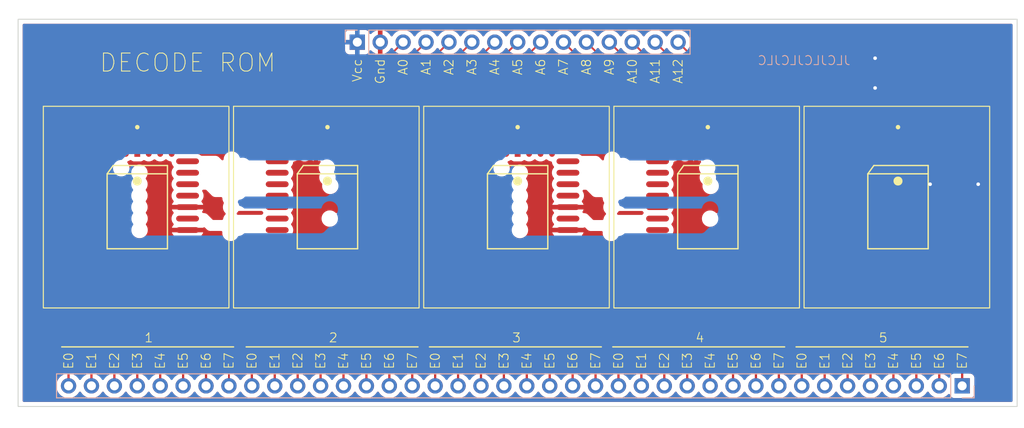
<source format=kicad_pcb>
(kicad_pcb (version 20211014) (generator pcbnew)
  (layers (0 "F.Cu" signal) (31 "B.Cu" signal) (34 "B.Paste" user) (35 "F.Paste" user) (36 "B.SilkS" user "B.Silkscreen") (37 "F.SilkS" user "F.Silkscreen") (38 "B.Mask" user) (39 "F.Mask" user) (44 "Edge.Cuts" user))
  (net 0 "")
  (net 1 "INST6")
  (net 2 "INST1")
  (net 3 "INST0")
  (net 4 "STEP4")
  (net 5 "STEP3")
  (net 6 "STEP2")
  (net 7 "STEP1")
  (net 8 "STEP0")
  (net 9 "GND")
  (net 10 "INST4")
  (net 11 "INST5")
  (net 12 "INST3")
  (net 13 "INST2")
  (net 14 "INST7")
  (net 15 "VCC")
  (net 18 "E0")
  (net 19 "E1")
  (net 20 "E2")
  (net 21 "E3")
  (net 22 "E4")
  (net 23 "E5")
  (net 24 "E6")
  (net 25 "E7")
  (net 26 "E8")
  (net 27 "E9")
  (net 28 "E10")
  (net 29 "E11")
  (net 30 "E12")
  (net 31 "E13")
  (net 32 "E14")
  (net 33 "E15")
  (net 34 "E16")
  (net 35 "E17")
  (net 36 "E18")
  (net 37 "E19")
  (net 38 "E20")
  (net 39 "E21")
  (net 40 "E22")
  (net 41 "E23")
  (net 42 "E24")
  (net 43 "E25")
  (net 44 "E26")
  (net 45 "E27")
  (net 46 "E28")
  (net 47 "E29")
  (net 48 "E30")
  (net 49 "E31")
  (net 50 "E32")
  (net 51 "E33")
  (net 52 "E34")
  (net 53 "E35")
  (net 54 "E36")
  (net 55 "E37")
  (net 56 "E38")
  (net 57 "E39")
  (footprint "Stephenv6:Microchip-32J-10_2001-B-IPC_A" (layer "F.Cu") (at 196.342 60.96)
    (fp_text reference "U5" hide)
    (fp_text value "PLCC32_28_28C256" hide)
  )
  (footprint "Stephenv6:Microchip-32J-10_2001-B-IPC_A" (layer "F.Cu") (at 112.014 60.96)
    (fp_text reference "U1" hide)
    (fp_text value "PLCC32_28_28C256" hide)
  )
  (footprint "Stephenv6:Microchip-32J-10_2001-B-IPC_A" (layer "F.Cu") (at 154.178 60.96)
    (fp_text reference "U3" hide)
    (fp_text value "PLCC32_28_28C256" hide)
  )
  (footprint "Stephenv6:Microchip-32J-10_2001-B-IPC_A" (layer "F.Cu") (at 175.26 60.96)
    (fp_text reference "U4" hide)
    (fp_text value "PLCC32_28_28C256" hide)
  )
  (footprint "Stephenv6:Microchip-32J-10_2001-B-IPC_A" (layer "F.Cu") (at 133.096 60.96)
    (fp_text reference "U2" hide)
    (fp_text value "PLCC32_28_28C256" hide)
  )
  (footprint "Connector_PinHeader_2.54mm:PinHeader_1x15_P2.54mm_Vertical" (layer "B.Cu") (at 136.403 42.672 -90)
    (fp_text reference "J1" hide)
    (fp_text value "Conn_01x15")
  )
  (footprint "Connector_PinHeader_2.54mm:PinHeader_1x40_P2.54mm_Vertical" (layer "B.Cu") (at 203.454 80.772 90)
    (fp_text reference "J4" hide)
    (fp_text value "Conn_01x40")
  )
  (gr_line (start 124.084 76.454) (end 143.134 76.454) (layer "F.SilkS") (width 0.15))
  (gr_line (start 164.724 76.454) (end 183.774 76.454) (layer "F.SilkS") (width 0.15))
  (gr_line (start 185.044 76.454) (end 204.094 76.454) (layer "F.SilkS") (width 0.15))
  (gr_line (start 144.404 76.454) (end 163.454 76.454) (layer "F.SilkS") (width 0.15))
  (gr_line (start 103.637 76.454) (end 122.687 76.454) (layer "F.SilkS") (width 0.15))
  (gr_rect (start 98.806 40.132) (end 209.55 83.058) (layer "Edge.Cuts") (width 0.1) (fill none))
  (gr_text "JLCJLCJLCJLC" (at 185.928 44.704) (layer "B.SilkS") (effects (font (size 1 1) (thickness 0.1)) (justify mirror)))
  (gr_text "E2" (at 150.119 78.994 90) (layer "F.SilkS") (effects (font (size 1 1) (thickness 0.1)) (justify left)))
  (gr_text "E5" (at 178.059 78.994 90) (layer "F.SilkS") (effects (font (size 1 1) (thickness 0.1)) (justify left)))
  (gr_text "E6" (at 160.279 78.994 90) (layer "F.SilkS") (effects (font (size 1 1) (thickness 0.1)) (justify left)))
  (gr_text "1" (at 113.289 75.438) (layer "F.SilkS") (effects (font (size 1 1) (thickness 0.1))))
  (gr_text "E3" (at 172.979 78.994 90) (layer "F.SilkS") (effects (font (size 1 1) (thickness 0.1)) (justify left)))
  (gr_text "A7" (at 159.258 44.45 90) (layer "F.SilkS") (effects (font (size 1 1) (thickness 0.1)) (justify right)))
  (gr_text "E1" (at 106.939 78.994 90) (layer "F.SilkS") (effects (font (size 1 1) (thickness 0.1)) (justify left)))
  (gr_text "E2" (at 129.799 78.994 90) (layer "F.SilkS") (effects (font (size 1 1) (thickness 0.1)) (justify left)))
  (gr_text "E5" (at 198.379 78.994 90) (layer "F.SilkS") (effects (font (size 1 1) (thickness 0.1)) (justify left)))
  (gr_text "A2" (at 146.558 44.45 90) (layer "F.SilkS") (effects (font (size 1 1) (thickness 0.1)) (justify right)))
  (gr_text "A1" (at 144.018 44.45 90) (layer "F.SilkS") (effects (font (size 1 1) (thickness 0.1)) (justify right)))
  (gr_text "E1" (at 147.579 78.994 90) (layer "F.SilkS") (effects (font (size 1 1) (thickness 0.1)) (justify left)))
  (gr_text "E0" (at 124.719 78.994 90) (layer "F.SilkS") (effects (font (size 1 1) (thickness 0.1)) (justify left)))
  (gr_text "E2" (at 170.439 78.994 90) (layer "F.SilkS") (effects (font (size 1 1) (thickness 0.1)) (justify left)))
  (gr_text "A10" (at 166.878 44.45 90) (layer "F.SilkS") (effects (font (size 1 1) (thickness 0.1)) (justify right)))
  (gr_text "E6" (at 139.959 78.994 90) (layer "F.SilkS") (effects (font (size 1 1) (thickness 0.1)) (justify left)))
  (gr_text "E4" (at 155.199 78.994 90) (layer "F.SilkS") (effects (font (size 1 1) (thickness 0.1)) (justify left)))
  (gr_text "E7" (at 122.179 78.994 90) (layer "F.SilkS") (effects (font (size 1 1) (thickness 0.1)) (justify left)))
  (gr_text "A0" (at 141.478 44.45 90) (layer "F.SilkS") (effects (font (size 1 1) (thickness 0.1)) (justify right)))
  (gr_text "E4" (at 114.559 78.994 90) (layer "F.SilkS") (effects (font (size 1 1) (thickness 0.1)) (justify left)))
  (gr_text "E3" (at 132.339 78.994 90) (layer "F.SilkS") (effects (font (size 1 1) (thickness 0.1)) (justify left)))
  (gr_text "A4" (at 151.638 44.45 90) (layer "F.SilkS") (effects (font (size 1 1) (thickness 0.1)) (justify right)))
  (gr_text "A9" (at 164.338 44.45 90) (layer "F.SilkS") (effects (font (size 1 1) (thickness 0.1)) (justify right)))
  (gr_text "4" (at 174.376 75.438) (layer "F.SilkS") (effects (font (size 1 1) (thickness 0.1))))
  (gr_text "E3" (at 112.019 78.994 90) (layer "F.SilkS") (effects (font (size 1 1) (thickness 0.1)) (justify left)))
  (gr_text "E7" (at 142.499 78.994 90) (layer "F.SilkS") (effects (font (size 1 1) (thickness 0.1)) (justify left)))
  (gr_text "E2" (at 190.759 78.994 90) (layer "F.SilkS") (effects (font (size 1 1) (thickness 0.1)) (justify left)))
  (gr_text "E0" (at 145.039 78.994 90) (layer "F.SilkS") (effects (font (size 1 1) (thickness 0.1)) (justify left)))
  (gr_text "A3" (at 149.098 44.45 90) (layer "F.SilkS") (effects (font (size 1 1) (thickness 0.1)) (justify right)))
  (gr_text "Gnd" (at 138.938 44.45 90) (layer "F.SilkS") (effects (font (size 1 1) (thickness 0.1)) (justify right)))
  (gr_text "2" (at 133.736 75.438) (layer "F.SilkS") (effects (font (size 1 1) (thickness 0.1))))
  (gr_text "E0" (at 185.679 78.994 90) (layer "F.SilkS") (effects (font (size 1 1) (thickness 0.1)) (justify left)))
  (gr_text "E6" (at 180.599 78.994 90) (layer "F.SilkS") (effects (font (size 1 1) (thickness 0.1)) (justify left)))
  (gr_text "E7" (at 183.139 78.994 90) (layer "F.SilkS") (effects (font (size 1 1) (thickness 0.1)) (justify left)))
  (gr_text "E6" (at 200.919 78.994 90) (layer "F.SilkS") (effects (font (size 1 1) (thickness 0.1)) (justify left)))
  (gr_text "A8" (at 161.798 44.45 90) (layer "F.SilkS") (effects (font (size 1 1) (thickness 0.1)) (justify right)))
  (gr_text "5" (at 194.696 75.438) (layer "F.SilkS") (effects (font (size 1 1) (thickness 0.1))))
  (gr_text "3" (at 154.056 75.438) (layer "F.SilkS") (effects (font (size 1 1) (thickness 0.1))))
  (gr_text "E4" (at 175.519 78.994 90) (layer "F.SilkS") (effects (font (size 1 1) (thickness 0.1)) (justify left)))
  (gr_text "E5" (at 117.099 78.994 90) (layer "F.SilkS") (effects (font (size 1 1) (thickness 0.1)) (justify left)))
  (gr_text "E1" (at 188.219 78.994 90) (layer "F.SilkS") (effects (font (size 1 1) (thickness 0.1)) (justify left)))
  (gr_text "E7" (at 162.819 78.994 90) (layer "F.SilkS") (effects (font (size 1 1) (thickness 0.1)) (justify left)))
  (gr_text "E1" (at 167.899 78.994 90) (layer "F.SilkS") (effects (font (size 1 1) (thickness 0.1)) (justify left)))
  (gr_text "E4" (at 134.879 78.994 90) (layer "F.SilkS") (effects (font (size 1 1) (thickness 0.1)) (justify left)))
  (gr_text "E0" (at 165.359 78.994 90) (layer "F.SilkS") (effects (font (size 1 1) (thickness 0.1)) (justify left)))
  (gr_text "A12" (at 171.958 44.45 90) (layer "F.SilkS") (effects (font (size 1 1) (thickness 0.1)) (justify right)))
  (gr_text "E5" (at 157.739 78.994 90) (layer "F.SilkS") (effects (font (size 1 1) (thickness 0.1)) (justify left)))
  (gr_text "A6" (at 156.718 44.45 90) (layer "F.SilkS") (effects (font (size 1 1) (thickness 0.1)) (justify right)))
  (gr_text "DECODE ROM" (at 117.602 44.958) (layer "F.SilkS") (effects (font (size 2 2) (thickness 0.1))))
  (gr_text "E3" (at 152.659 78.994 90) (layer "F.SilkS") (effects (font (size 1 1) (thickness 0.1)) (justify left)))
  (gr_text "E1" (at 127.259 78.994 90) (layer "F.SilkS") (effects (font (size 1 1) (thickness 0.1)) (justify left)))
  (gr_text "E0" (at 104.399 78.994 90) (layer "F.SilkS") (effects (font (size 1 1) (thickness 0.1)) (justify left)))
  (gr_text "A11" (at 169.418 44.45 90) (layer "F.SilkS") (effects (font (size 1 1) (thickness 0.1)) (justify right)))
  (gr_text "E2" (at 109.479 78.994 90) (layer "F.SilkS") (effects (font (size 1 1) (thickness 0.1)) (justify left)))
  (gr_text "E5" (at 137.419 78.994 90) (layer "F.SilkS") (effects (font (size 1 1) (thickness 0.1)) (justify left)))
  (gr_text "Vcc" (at 136.398 44.45 90) (layer "F.SilkS") (effects (font (size 1 1) (thickness 0.1)) (justify right)))
  (gr_text "E3" (at 193.299 78.994 90) (layer "F.SilkS") (effects (font (size 1 1) (thickness 0.1)) (justify left)))
  (gr_text "A5" (at 154.178 44.45 90) (layer "F.SilkS") (effects (font (size 1 1) (thickness 0.1)) (justify right)))
  (gr_text "E4" (at 195.839 78.994 90) (layer "F.SilkS") (effects (font (size 1 1) (thickness 0.1)) (justify left)))
  (gr_text "E7" (at 203.459 78.994 90) (layer "F.SilkS") (effects (font (size 1 1) (thickness 0.1)) (justify left)))
  (gr_text "E6" (at 119.639 78.994 90) (layer "F.SilkS") (effects (font (size 1 1) (thickness 0.1)) (justify left)))
  (segment (start 172.72 45.466) (end 197.866 45.466) (width 0.2) (layer "F.Cu") (net 1))
  (segment (start 169.423 42.672) (end 172.217 45.466) (width 0.2) (layer "F.Cu") (net 1))
  (segment (start 197.866 45.466) (end 199.136 46.736) (width 0.2) (layer "F.Cu") (net 1))
  (segment (start 199.136 46.736) (end 205.232 52.832) (width 0.2) (layer "F.Cu") (net 1))
  (segment (start 172.217 45.466) (end 172.72 45.466) (width 0.2) (layer "F.Cu") (net 1))
  (segment (start 199.898 58.42) (end 201.915553 58.42) (width 0.2) (layer "F.Cu") (net 1))
  (segment (start 205.232 52.832) (end 205.232 58.42) (width 0.2) (layer "F.Cu") (net 1))
  (via (at 205.232 58.42) (size 0.8) (drill 0.4) (layers "F.Cu" "B.Cu") (net 1))
  (via (at 199.898 58.42) (size 0.8) (drill 0.4) (layers "F.Cu" "B.Cu") (net 1))
  (segment (start 205.232 58.42) (end 201.93 58.42) (width 0.2) (layer "B.Cu") (net 1))
  (segment (start 201.93 58.42) (end 199.898 58.42) (width 0.2) (layer "B.Cu") (net 1))
  (segment (start 151.135 48.26) (end 156.723 42.672) (width 0.2) (layer "F.Cu") (net 2))
  (segment (start 102.87 54.61) (end 102.87 52.324) (width 0.2) (layer "F.Cu") (net 2))
  (segment (start 102.87 52.324) (end 106.934 48.26) (width 0.2) (layer "F.Cu") (net 2))
  (segment (start 106.934 48.26) (end 151.135 48.26) (width 0.2) (layer "F.Cu") (net 2))
  (segment (start 104.14 55.88) (end 102.87 54.61) (width 0.2) (layer "F.Cu") (net 2))
  (segment (start 106.440448 55.88) (end 104.14 55.88) (width 0.2) (layer "F.Cu") (net 2))
  (segment (start 102.470489 52.158518) (end 102.470489 55.988489) (width 0.2) (layer "F.Cu") (net 3))
  (segment (start 148.994511 47.860489) (end 106.768516 47.86049) (width 0.2) (layer "F.Cu") (net 3))
  (segment (start 102.470489 55.988489) (end 103.632 57.15) (width 0.2) (layer "F.Cu") (net 3))
  (segment (start 106.768516 47.86049) (end 102.470489 52.158518) (width 0.2) (layer "F.Cu") (net 3))
  (segment (start 103.632 57.15) (end 106.440448 57.15) (width 0.2) (layer "F.Cu") (net 3))
  (segment (start 154.183 42.672) (end 148.994511 47.860489) (width 0.2) (layer "F.Cu") (net 3))
  (segment (start 102.07098 51.993032) (end 102.07098 57.11298) (width 0.2) (layer "F.Cu") (net 4))
  (segment (start 102.07098 57.11298) (end 103.378 58.42) (width 0.2) (layer "F.Cu") (net 4))
  (segment (start 146.854022 47.460978) (end 106.603032 47.46098) (width 0.2) (layer "F.Cu") (net 4))
  (segment (start 106.603032 47.46098) (end 102.07098 51.993032) (width 0.2) (layer "F.Cu") (net 4))
  (segment (start 103.378 58.42) (end 106.440448 58.42) (width 0.2) (layer "F.Cu") (net 4))
  (segment (start 151.643 42.672) (end 146.854022 47.460978) (width 0.2) (layer "F.Cu") (net 4))
  (segment (start 101.671467 57.729467) (end 101.671468 51.827552) (width 0.2) (layer "F.Cu") (net 5))
  (segment (start 101.671468 51.827552) (end 106.43755 47.061469) (width 0.2) (layer "F.Cu") (net 5))
  (segment (start 144.713533 47.061467) (end 149.103 42.672) (width 0.2) (layer "F.Cu") (net 5))
  (segment (start 103.632 59.69) (end 101.671467 57.729467) (width 0.2) (layer "F.Cu") (net 5))
  (segment (start 106.43755 47.061469) (end 144.713533 47.061467) (width 0.2) (layer "F.Cu") (net 5))
  (segment (start 106.440448 59.69) (end 103.632 59.69) (width 0.2) (layer "F.Cu") (net 5))
  (segment (start 146.563 42.672) (end 142.573044 46.661956) (width 0.2) (layer "F.Cu") (net 6))
  (segment (start 106.272066 46.661959) (end 101.271958 51.662067) (width 0.2) (layer "F.Cu") (net 6))
  (segment (start 101.271958 59.107958) (end 103.124 60.96) (width 0.2) (layer "F.Cu") (net 6))
  (segment (start 101.271958 51.662067) (end 101.271958 59.107958) (width 0.2) (layer "F.Cu") (net 6))
  (segment (start 142.573044 46.661956) (end 106.272066 46.661959) (width 0.2) (layer "F.Cu") (net 6))
  (segment (start 103.124 60.96) (end 106.440448 60.96) (width 0.2) (layer "F.Cu") (net 6))
  (segment (start 100.872447 51.496584) (end 100.872447 60.486447) (width 0.2) (layer "F.Cu") (net 7))
  (segment (start 144.023 42.672) (end 140.432555 46.262445) (width 0.2) (layer "F.Cu") (net 7))
  (segment (start 140.432555 46.262445) (end 106.106582 46.262449) (width 0.2) (layer "F.Cu") (net 7))
  (segment (start 102.616 62.23) (end 106.440448 62.23) (width 0.2) (layer "F.Cu") (net 7))
  (segment (start 100.872447 60.486447) (end 102.616 62.23) (width 0.2) (layer "F.Cu") (net 7))
  (segment (start 106.106582 46.262449) (end 100.872447 51.496584) (width 0.2) (layer "F.Cu") (net 7))
  (segment (start 100.472937 61.610937) (end 102.362 63.5) (width 0.2) (layer "F.Cu") (net 8))
  (segment (start 138.292066 45.862934) (end 105.941098 45.862939) (width 0.2) (layer "F.Cu") (net 8))
  (segment (start 141.483 42.672) (end 138.292066 45.862934) (width 0.2) (layer "F.Cu") (net 8))
  (segment (start 100.472936 51.331102) (end 100.472937 61.610937) (width 0.2) (layer "F.Cu") (net 8))
  (segment (start 105.941098 45.862939) (end 100.472936 51.331102) (width 0.2) (layer "F.Cu") (net 8))
  (segment (start 102.362 63.5) (end 106.440448 63.5) (width 0.2) (layer "F.Cu") (net 8))
  (segment (start 168.153 46.482) (end 197.752012 46.482) (width 0.2) (layer "F.Cu") (net 10))
  (segment (start 203.2 57.15) (end 201.915553 57.15) (width 0.2) (layer "F.Cu") (net 10))
  (segment (start 204.070489 56.279511) (end 203.2 57.15) (width 0.2) (layer "F.Cu") (net 10))
  (segment (start 164.343 42.672) (end 168.153 46.482) (width 0.2) (layer "F.Cu") (net 10))
  (segment (start 204.070489 52.800477) (end 204.070489 56.279511) (width 0.2) (layer "F.Cu") (net 10))
  (segment (start 197.752012 46.482) (end 204.070489 52.800477) (width 0.2) (layer "F.Cu") (net 10))
  (segment (start 204.47 52.634994) (end 204.47 61.468) (width 0.2) (layer "F.Cu") (net 11))
  (segment (start 170.185 45.974) (end 197.809006 45.974) (width 0.2) (layer "F.Cu") (net 11))
  (segment (start 166.883 42.672) (end 170.185 45.974) (width 0.2) (layer "F.Cu") (net 11))
  (segment (start 197.809006 45.974) (end 204.47 52.634994) (width 0.2) (layer "F.Cu") (net 11))
  (segment (start 204.47 61.468) (end 203.708 62.23) (width 0.2) (layer "F.Cu") (net 11))
  (segment (start 203.708 62.23) (end 201.915553 62.23) (width 0.2) (layer "F.Cu") (net 11))
  (segment (start 166.121 46.99) (end 197.695018 46.99) (width 0.2) (layer "F.Cu") (net 12))
  (segment (start 197.695018 46.99) (end 201.93 51.224982) (width 0.2) (layer "F.Cu") (net 12))
  (segment (start 201.93 55.865553) (end 201.915553 55.88) (width 0.2) (layer "F.Cu") (net 12))
  (segment (start 161.803 42.672) (end 166.121 46.99) (width 0.2) (layer "F.Cu") (net 12))
  (segment (start 201.93 51.224982) (end 201.93 55.865553) (width 0.2) (layer "F.Cu") (net 12))
  (segment (start 192.532 49.784) (end 192.532 54.116448) (width 0.2) (layer "F.Cu") (net 13))
  (segment (start 190.246 47.498) (end 192.532 49.784) (width 0.2) (layer "F.Cu") (net 13))
  (segment (start 164.089 47.498) (end 190.246 47.498) (width 0.2) (layer "F.Cu") (net 13))
  (segment (start 159.263 42.672) (end 164.089 47.498) (width 0.2) (layer "F.Cu") (net 13))
  (segment (start 193.294 44.958) (end 193.802 44.45) (width 0.2) (layer "F.Cu") (net 14))
  (segment (start 174.249 44.958) (end 193.294 44.958) (width 0.2) (layer "F.Cu") (net 14))
  (segment (start 193.802 54.116448) (end 193.802 47.752) (width 0.2) (layer "F.Cu") (net 14))
  (segment (start 171.963 42.672) (end 174.249 44.958) (width 0.2) (layer "F.Cu") (net 14))
  (via (at 193.802 44.45) (size 0.8) (drill 0.4) (layers "F.Cu" "B.Cu") (net 14))
  (via (at 193.802 47.752) (size 0.8) (drill 0.4) (layers "F.Cu" "B.Cu") (net 14))
  (segment (start 193.802 44.45) (end 193.802 47.752) (width 0.2) (layer "B.Cu") (net 14))
  (segment (start 177.8 54.116448) (end 176.53 54.116448) (width 0.2) (layer "F.Cu") (net 15))
  (segment (start 156.718 54.116448) (end 155.448 54.116448) (width 0.2) (layer "F.Cu") (net 15))
  (segment (start 113.284 54.116448) (end 114.554 54.116448) (width 0.2) (layer "F.Cu") (net 15))
  (segment (start 197.612 54.116448) (end 198.882 54.116448) (width 0.2) (layer "F.Cu") (net 15))
  (segment (start 134.366 54.116448) (end 135.636 54.116448) (width 0.2) (layer "F.Cu") (net 15))
  (segment (start 104.394 80.772) (end 104.394 74.168) (width 0.25) (layer "F.Cu") (net 18))
  (segment (start 106.440448 72.121552) (end 106.440448 66.04) (width 0.25) (layer "F.Cu") (net 18))
  (segment (start 104.394 74.168) (end 106.440448 72.121552) (width 0.25) (layer "F.Cu") (net 18))
  (segment (start 108.204 72.898) (end 108.204 67.803553) (width 0.25) (layer "F.Cu") (net 19))
  (segment (start 106.934 74.168) (end 108.204 72.898) (width 0.25) (layer "F.Cu") (net 19))
  (segment (start 106.934 80.772) (end 106.934 74.168) (width 0.25) (layer "F.Cu") (net 19))
  (segment (start 109.474 80.772) (end 109.474 67.803553) (width 0.25) (layer "F.Cu") (net 20))
  (segment (start 113.284 73.152) (end 113.284 67.803553) (width 0.25) (layer "F.Cu") (net 21))
  (segment (start 112.014 80.772) (end 112.014 74.422) (width 0.25) (layer "F.Cu") (net 21))
  (segment (start 112.014 74.422) (end 113.284 73.152) (width 0.25) (layer "F.Cu") (net 21))
  (segment (start 114.554 80.772) (end 114.554 67.803553) (width 0.25) (layer "F.Cu") (net 22))
  (segment (start 117.094 80.772) (end 117.094 74.422) (width 0.25) (layer "F.Cu") (net 23))
  (segment (start 115.824 73.152) (end 115.824 67.803553) (width 0.25) (layer "F.Cu") (net 23))
  (segment (start 117.094 74.422) (end 115.824 73.152) (width 0.25) (layer "F.Cu") (net 23))
  (segment (start 117.587553 72.629553) (end 117.587553 66.04) (width 0.25) (layer "F.Cu") (net 24))
  (segment (start 119.634 74.676) (end 117.587553 72.629553) (width 0.25) (layer "F.Cu") (net 24))
  (segment (start 119.634 80.772) (end 119.634 74.676) (width 0.25) (layer "F.Cu") (net 24))
  (segment (start 122.174 67.818) (end 122.174 80.772) (width 0.2) (layer "F.Cu") (net 25))
  (segment (start 127.522448 71.867552) (end 127.522448 66.04) (width 0.25) (layer "F.Cu") (net 26))
  (segment (start 124.714 74.676) (end 127.522448 71.867552) (width 0.25) (layer "F.Cu") (net 26))
  (segment (start 124.714 80.772) (end 124.714 74.676) (width 0.25) (layer "F.Cu") (net 26))
  (segment (start 129.286 72.898) (end 129.286 67.803553) (width 0.25) (layer "F.Cu") (net 27))
  (segment (start 127.254 74.93) (end 129.286 72.898) (width 0.25) (layer "F.Cu") (net 27))
  (segment (start 127.254 80.772) (end 127.254 74.93) (width 0.25) (layer "F.Cu") (net 27))
  (segment (start 130.556 74.168) (end 130.556 67.803553) (width 0.25) (layer "F.Cu") (net 28))
  (segment (start 129.794 80.772) (end 129.794 74.93) (width 0.25) (layer "F.Cu") (net 28))
  (segment (start 129.794 74.93) (end 130.556 74.168) (width 0.25) (layer "F.Cu") (net 28))
  (segment (start 134.366 72.898) (end 134.366 67.803553) (width 0.25) (layer "F.Cu") (net 29))
  (segment (start 132.334 74.93) (end 134.366 72.898) (width 0.25) (layer "F.Cu") (net 29))
  (segment (start 132.334 80.772) (end 132.334 74.93) (width 0.25) (layer "F.Cu") (net 29))
  (segment (start 134.874 80.772) (end 134.874 74.422) (width 0.25) (layer "F.Cu") (net 30))
  (segment (start 134.874 74.422) (end 135.636 73.66) (width 0.25) (layer "F.Cu") (net 30))
  (segment (start 135.636 73.66) (end 135.636 67.803553) (width 0.25) (layer "F.Cu") (net 30))
  (segment (start 136.906 73.66) (end 136.906 67.803553) (width 0.25) (layer "F.Cu") (net 31))
  (segment (start 137.414 80.772) (end 137.414 74.168) (width 0.25) (layer "F.Cu") (net 31))
  (segment (start 137.414 74.168) (end 136.906 73.66) (width 0.25) (layer "F.Cu") (net 31))
  (segment (start 138.669553 72.883553) (end 138.669553 66.04) (width 0.25) (layer "F.Cu") (net 32))
  (segment (start 139.954 74.168) (end 138.669553 72.883553) (width 0.25) (layer "F.Cu") (net 32))
  (segment (start 139.954 80.772) (end 139.954 74.168) (width 0.25) (layer "F.Cu") (net 32))
  (segment (start 142.494 80.772) (end 142.494 74.168) (width 0.25) (layer "F.Cu") (net 33))
  (segment (start 142.494 74.168) (end 140.97 72.644) (width 0.25) (layer "F.Cu") (net 33))
  (segment (start 140.97 72.644) (end 140.97 65.532) (width 0.25) (layer "F.Cu") (net 33))
  (segment (start 148.604448 71.613552) (end 148.604448 66.04) (width 0.25) (layer "F.Cu") (net 34))
  (segment (start 145.034 80.772) (end 145.034 75.184) (width 0.25) (layer "F.Cu") (net 34))
  (segment (start 145.034 75.184) (end 148.604448 71.613552) (width 0.25) (layer "F.Cu") (net 34))
  (segment (start 147.574 80.772) (end 147.574 74.93) (width 0.25) (layer "F.Cu") (net 35))
  (segment (start 147.574 74.93) (end 150.368 72.136) (width 0.25) (layer "F.Cu") (net 35))
  (segment (start 150.368 72.136) (end 150.368 67.803553) (width 0.25) (layer "F.Cu") (net 35))
  (segment (start 150.114 80.772) (end 150.114 74.93) (width 0.25) (layer "F.Cu") (net 36))
  (segment (start 151.638 73.406) (end 151.638 67.803553) (width 0.25) (layer "F.Cu") (net 36))
  (segment (start 150.114 74.93) (end 151.638 73.406) (width 0.25) (layer "F.Cu") (net 36))
  (segment (start 152.654 80.772) (end 152.654 75.438) (width 0.25) (layer "F.Cu") (net 37))
  (segment (start 152.654 75.438) (end 155.448 72.644) (width 0.25) (layer "F.Cu") (net 37))
  (segment (start 155.448 72.644) (end 155.448 67.803553) (width 0.25) (layer "F.Cu") (net 37))
  (segment (start 155.194 80.772) (end 155.194 75.438) (width 0.25) (layer "F.Cu") (net 38))
  (segment (start 155.194 75.438) (end 156.718 73.914) (width 0.25) (layer "F.Cu") (net 38))
  (segment (start 156.718 73.914) (end 156.718 67.803553) (width 0.25) (layer "F.Cu") (net 38))
  (segment (start 157.734 80.772) (end 157.734 75.184) (width 0.25) (layer "F.Cu") (net 39))
  (segment (start 157.988 74.93) (end 157.988 67.803553) (width 0.25) (layer "F.Cu") (net 39))
  (segment (start 157.734 75.184) (end 157.988 74.93) (width 0.25) (layer "F.Cu") (net 39))
  (segment (start 160.274 74.93) (end 159.751553 74.407553) (width 0.25) (layer "F.Cu") (net 40))
  (segment (start 159.751553 74.407553) (end 159.751553 66.04) (width 0.25) (layer "F.Cu") (net 40))
  (segment (start 160.274 80.772) (end 160.274 74.93) (width 0.25) (layer "F.Cu") (net 40))
  (segment (start 162.306 74.676) (end 162.306 66.04) (width 0.25) (layer "F.Cu") (net 41))
  (segment (start 162.814 80.772) (end 162.814 75.184) (width 0.25) (layer "F.Cu") (net 41))
  (segment (start 162.814 75.184) (end 162.306 74.676) (width 0.25) (layer "F.Cu") (net 41))
  (segment (start 165.354 80.772) (end 165.354 75.438) (width 0.25) (layer "F.Cu") (net 42))
  (segment (start 169.686448 71.105552) (end 169.686448 66.04) (width 0.25) (layer "F.Cu") (net 42))
  (segment (start 165.354 75.438) (end 169.686448 71.105552) (width 0.25) (layer "F.Cu") (net 42))
  (segment (start 167.894 75.184) (end 171.45 71.628) (width 0.25) (layer "F.Cu") (net 43))
  (segment (start 167.894 80.772) (end 167.894 75.184) (width 0.25) (layer "F.Cu") (net 43))
  (segment (start 171.45 71.628) (end 171.45 67.803553) (width 0.25) (layer "F.Cu") (net 43))
  (segment (start 170.434 80.772) (end 170.434 75.438) (width 0.25) (layer "F.Cu") (net 44))
  (segment (start 172.72 73.152) (end 172.72 67.803553) (width 0.25) (layer "F.Cu") (net 44))
  (segment (start 170.434 75.438) (end 172.72 73.152) (width 0.25) (layer "F.Cu") (net 44))
  (segment (start 172.974 80.772) (end 172.974 75.946) (width 0.25) (layer "F.Cu") (net 45))
  (segment (start 176.53 72.39) (end 176.53 67.803553) (width 0.25) (layer "F.Cu") (net 45))
  (segment (start 172.974 75.946) (end 176.53 72.39) (width 0.25) (layer "F.Cu") (net 45))
  (segment (start 177.8 73.914) (end 177.8 67.803553) (width 0.25) (layer "F.Cu") (net 46))
  (segment (start 175.514 76.2) (end 177.8 73.914) (width 0.25) (layer "F.Cu") (net 46))
  (segment (start 175.514 80.772) (end 175.514 76.2) (width 0.25) (layer "F.Cu") (net 46))
  (segment (start 178.054 75.692) (end 179.07 74.676) (width 0.25) (layer "F.Cu") (net 47))
  (segment (start 178.054 80.772) (end 178.054 75.692) (width 0.25) (layer "F.Cu") (net 47))
  (segment (start 179.07 74.676) (end 179.07 67.803553) (width 0.25) (layer "F.Cu") (net 47))
  (segment (start 180.594 80.772) (end 180.594 66.279553) (width 0.25) (layer "F.Cu") (net 48))
  (segment (start 183.134 80.772) (end 183.134 65.278) (width 0.25) (layer "F.Cu") (net 49))
  (segment (start 185.674 80.772) (end 185.674 75.946) (width 0.25) (layer "F.Cu") (net 50))
  (segment (start 185.674 75.946) (end 190.768448 70.851552) (width 0.25) (layer "F.Cu") (net 50))
  (segment (start 190.768448 70.851552) (end 190.768448 66.04) (width 0.25) (layer "F.Cu") (net 50))
  (segment (start 188.214 75.946) (end 192.532 71.628) (width 0.25) (layer "F.Cu") (net 51))
  (segment (start 192.532 71.628) (end 192.532 67.803553) (width 0.25) (layer "F.Cu") (net 51))
  (segment (start 188.214 80.772) (end 188.214 75.946) (width 0.25) (layer "F.Cu") (net 51))
  (segment (start 190.754 80.772) (end 190.754 75.692) (width 0.25) (layer "F.Cu") (net 52))
  (segment (start 190.754 75.692) (end 193.802 72.644) (width 0.25) (layer "F.Cu") (net 52))
  (segment (start 193.802 72.644) (end 193.802 67.803553) (width 0.25) (layer "F.Cu") (net 52))
  (segment (start 193.294 80.772) (end 193.294 75.946) (width 0.25) (layer "F.Cu") (net 53))
  (segment (start 193.294 75.946) (end 197.612 71.628) (width 0.25) (layer "F.Cu") (net 53))
  (segment (start 197.612 71.628) (end 197.612 67.803553) (width 0.25) (layer "F.Cu") (net 53))
  (segment (start 198.882 72.898) (end 198.882 67.803553) (width 0.25) (layer "F.Cu") (net 54))
  (segment (start 195.834 75.946) (end 198.882 72.898) (width 0.25) (layer "F.Cu") (net 54))
  (segment (start 195.834 80.772) (end 195.834 75.946) (width 0.25) (layer "F.Cu") (net 54))
  (segment (start 198.374 75.692) (end 200.152 73.914) (width 0.25) (layer "F.Cu") (net 55))
  (segment (start 198.374 80.772) (end 198.374 75.692) (width 0.25) (layer "F.Cu") (net 55))
  (segment (start 200.152 73.914) (end 200.152 67.803553) (width 0.25) (layer "F.Cu") (net 55))
  (segment (start 200.914 80.772) (end 200.914 75.946) (width 0.25) (layer "F.Cu") (net 56))
  (segment (start 201.93 74.93) (end 201.93 66.054447) (width 0.25) (layer "F.Cu") (net 56))
  (segment (start 200.914 75.946) (end 201.93 74.93) (width 0.25) (layer "F.Cu") (net 56))
  (segment (start 204.47 65.532) (end 204.47 74.422) (width 0.25) (layer "F.Cu") (net 57))
  (segment (start 204.47 74.422) (end 203.454 75.438) (width 0.25) (layer "F.Cu") (net 57))
  (segment (start 203.454 75.438) (end 203.454 80.772) (width 0.25) (layer "F.Cu") (net 57))
  (zone (net 9) (net_name "GND") (layer "F.Cu") (connect_pads (clearance 0.508)) (min_thickness 0.254) (fill yes (thermal_gap 0.508) (thermal_bridge_width 0.508))
    (polygon (pts (xy 210.058 39.624) (xy 210.058 83.312) (xy 97.050175 83.338301) (xy 96.796175 39.396301)))
  )
  (zone (net 15) (net_name "VCC") (layer "B.Cu") (connect_pads (clearance 0.508)) (min_thickness 0.254) (fill yes (thermal_gap 0.508) (thermal_bridge_width 0.508))
    (polygon (pts (xy 210.312 39.37) (xy 210.312 83.82) (xy 97.790116 83.58632) (xy 97.536116 39.13632)))
  )
)
</source>
